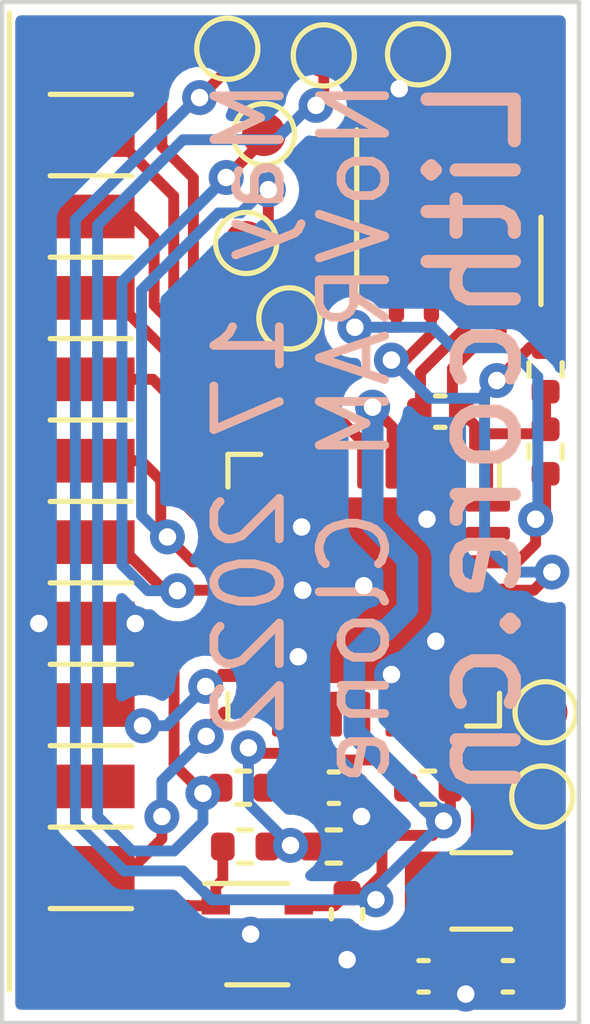
<source format=kicad_pcb>
(kicad_pcb (version 20211014) (generator pcbnew)
  (layers (0 "F.Cu" signal) (31 "B.Cu" signal) (34 "B.Paste" user) (35 "F.Paste" user) (36 "B.SilkS" user "B.Silkscreen") (37 "F.SilkS" user "F.Silkscreen") (38 "B.Mask" user) (39 "F.Mask" user) (44 "Edge.Cuts" user))
  (net 0 "")
  (net 1 "+3V3")
  (net 2 "GND")
  (net 3 "Net-(C2-Pad1)")
  (net 4 "Net-(C3-Pad1)")
  (net 5 "/RAMPOW")
  (net 6 "/VBAT")
  (net 8 "/NUTDATA")
  (net 9 "/NUTISA")
  (net 10 "/NUTPHI2")
  (net 11 "/NUTPHI1")
  (net 12 "/NUTSYNC")
  (net 13 "/NUTPWO")
  (net 14 "/RAMCLK")
  (net 15 "/RAMDAT")
  (net 24 "Net-(C5-Pad1)")
  (net 25 "/VBAT_SENSE")
  (net 28 "/NUTFI")
  (net 29 "/NUTB3")
  (net 30 "/NUTB4")
  (net 31 "/MCLRn")
  (net 32 "Net-(U2-Pad8)")
  (net 33 "Net-(U2-Pad9)")
  (net 34 "Net-(U2-Pad18)")
  (footprint "Crystal:Crystal_SMD_3215-2Pin_3.2x1.5mm" (layer "F.Cu") (at 193.3448 122.7074)
    (fp_text reference "Y1" hide)
    (fp_text value "Crystal" hide)
    (fp_line (start -0.675 0.875) (end 0.675 0.875) (layer "F.SilkS") (width 0.12))
    (fp_line (start -0.675 -0.875) (end 0.675 -0.875) (layer "F.SilkS") (width 0.12))
    (pad "1" smd rect (at 1.25 0) (size 1 1.8) (layers "F.Cu" "F.Paste" "F.Mask") (net 3 "Net-(C2-Pad1)"))
    (pad "2" smd rect (at -1.25 0) (size 1 1.8) (layers "F.Cu" "F.Paste" "F.Mask") (net 4 "Net-(C3-Pad1)"))
  )
  (footprint "TestPoint:TestPoint_Pad_D1.0mm" (layer "F.Cu") (at 194.818 118.618)
    (fp_text reference "TP7" hide)
    (fp_text value "TestPoint" hide)
    (fp_circle (center 0 0) (end 0 0.7) (layer "F.SilkS") (width 0.12) (fill none))
    (pad "1" smd circle (at 0 0) (size 1 1) (layers "F.Cu" "F.Mask") (net 33 "Net-(U2-Pad9)"))
  )
  (footprint "Resistor_SMD:R_0402_1005Metric" (layer "F.Cu") (at 189.9666 121.6914)
    (fp_text reference "R4" hide)
    (fp_text value "100K" hide)
    (fp_line (start -0.153641 -0.38) (end 0.153641 -0.38) (layer "F.SilkS") (width 0.12))
    (fp_line (start -0.153641 0.38) (end 0.153641 0.38) (layer "F.SilkS") (width 0.12))
    (pad "1" smd roundrect (at -0.51 0) (size 0.54 0.64) (layers "F.Cu" "F.Paste" "F.Mask") (net 25 "/VBAT_SENSE"))
    (pad "2" smd roundrect (at 0.51 0) (size 0.54 0.64) (layers "F.Cu" "F.Paste" "F.Mask") (net 2 "GND"))
  )
  (footprint "Capacitor_SMD:C_0402_1005Metric" (layer "F.Cu") (at 192.024 124.6632)
    (fp_text reference "C3" hide)
    (fp_text value "10p" hide)
    (fp_line (start -0.107836 0.36) (end 0.107836 0.36) (layer "F.SilkS") (width 0.12))
    (fp_line (start -0.107836 -0.36) (end 0.107836 -0.36) (layer "F.SilkS") (width 0.12))
    (pad "1" smd roundrect (at -0.48 0) (size 0.56 0.62) (layers "F.Cu" "F.Paste" "F.Mask") (net 4 "Net-(C3-Pad1)"))
    (pad "2" smd roundrect (at 0.48 0) (size 0.56 0.62) (layers "F.Cu" "F.Paste" "F.Mask") (net 2 "GND"))
  )
  (footprint "HP41:HP41MOD" (layer "F.Cu") (at 184.404 124.044 180)
    (fp_text reference "J1" hide)
    (fp_text value "HP41MOD-CONN" hide)
    (fp_line (start -0.932 8.388) (end 0.932 8.388) (layer "F.SilkS") (width 0.12))
    (fp_line (start -0.932 17.708) (end 0.932 17.708) (layer "F.SilkS") (width 0.12))
    (fp_line (start -0.932 19.572) (end 0.932 19.572) (layer "F.SilkS") (width 0.12))
    (fp_line (start -0.932 0.932) (end 0.932 0.932) (layer "F.SilkS") (width 0.12))
    (fp_line (start -0.932 13.98) (end 0.932 13.98) (layer "F.SilkS") (width 0.12))
    (fp_line (start -0.932 10.252) (end 0.932 10.252) (layer "F.SilkS") (width 0.12))
    (fp_line (start -0.932 15.844) (end 0.932 15.844) (layer "F.SilkS") (width 0.12))
    (fp_line (start -0.932 2.796) (end 0.932 2.796) (layer "F.SilkS") (width 0.12))
    (fp_line (start -0.932 6.524) (end 0.932 6.524) (layer "F.SilkS") (width 0.12))
    (fp_line (start -0.932 12.116) (end 0.932 12.116) (layer "F.SilkS") (width 0.12))
    (fp_line (start -0.932 4.66) (end 0.932 4.66) (layer "F.SilkS") (width 0.12))
    (fp_line (start 1.864 -0.932) (end 1.864 21.436) (layer "F.SilkS") (width 0.12))
    (pad "1" smd rect (at 0 0 270) (size 1 2) (layers "F.Cu" "F.Mask") (net 6 "/VBAT"))
    (pad "2" smd rect (at 0 3.728 270) (size 1 2) (layers "F.Cu" "F.Mask"))
    (pad "3" smd rect (at 0 7.456 270) (size 1 2) (layers "F.Cu" "F.Mask") (net 2 "GND"))
    (pad "4" smd rect (at 0 11.184 270) (size 1 2) (layers "F.Cu" "F.Mask") (net 8 "/NUTDATA"))
    (pad "5" smd rect (at 0 14.912 270) (size 1 2) (layers "F.Cu" "F.Mask") (net 9 "/NUTISA"))
    (pad "6" smd rect (at 0 18.64 270) (size 1 2) (layers "F.Cu" "F.Mask") (net 10 "/NUTPHI2"))
    (pad "7" smd rect (at 0 20.504 270) (size 1 2) (layers "F.Cu" "F.Mask") (net 11 "/NUTPHI1"))
    (pad "8" smd rect (at 0 16.776 270) (size 1 2) (layers "F.Cu" "F.Mask") (net 12 "/NUTSYNC"))
    (pad "9" smd rect (at 0 13.048 270) (size 1 2) (layers "F.Cu" "F.Mask") (net 28 "/NUTFI"))
    (pad "10" smd rect (at 0 9.32 270) (size 1 2) (layers "F.Cu" "F.Mask") (net 13 "/NUTPWO"))
    (pad "11" smd rect (at 0 5.592 270) (size 1 2) (layers "F.Cu" "F.Mask") (net 29 "/NUTB3"))
    (pad "12" smd rect (at 0 1.864 270) (size 1 2) (layers "F.Cu" "F.Mask") (net 30 "/NUTB4"))
  )
  (footprint "TestPoint:TestPoint_Pad_D1.0mm" (layer "F.Cu") (at 188.3664 105.3846)
    (fp_text reference "TP3" hide)
    (fp_text value "TestPoint" hide)
    (fp_circle (center 0 0) (end 0 0.7) (layer "F.SilkS") (width 0.12) (fill none))
    (pad "1" smd circle (at 0 0) (size 1 1) (layers "F.Cu" "F.Mask") (net 13 "/NUTPWO"))
  )
  (footprint "Resistor_SMD:R_0402_1005Metric" (layer "F.Cu") (at 187.9346 121.6914)
    (fp_text reference "R3" hide)
    (fp_text value "100K" hide)
    (fp_line (start -0.153641 -0.38) (end 0.153641 -0.38) (layer "F.SilkS") (width 0.12))
    (fp_line (start -0.153641 0.38) (end 0.153641 0.38) (layer "F.SilkS") (width 0.12))
    (pad "1" smd roundrect (at -0.51 0) (size 0.54 0.64) (layers "F.Cu" "F.Paste" "F.Mask") (net 6 "/VBAT"))
    (pad "2" smd roundrect (at 0.51 0) (size 0.54 0.64) (layers "F.Cu" "F.Paste" "F.Mask") (net 25 "/VBAT_SENSE"))
  )
  (footprint "Resistor_SMD:R_0402_1005Metric" (layer "F.Cu") (at 187.8858 120.3452 180)
    (fp_text reference "R6" hide)
    (fp_text value "470" hide)
    (fp_line (start -0.153641 0.38) (end 0.153641 0.38) (layer "F.SilkS") (width 0.12))
    (fp_line (start -0.153641 -0.38) (end 0.153641 -0.38) (layer "F.SilkS") (width 0.12))
    (pad "1" smd roundrect (at -0.51 0 180) (size 0.54 0.64) (layers "F.Cu" "F.Paste" "F.Mask") (net 24 "Net-(C5-Pad1)"))
    (pad "2" smd roundrect (at 0.51 0 180) (size 0.54 0.64) (layers "F.Cu" "F.Paste" "F.Mask") (net 31 "/MCLRn"))
  )
  (footprint "Package_DFN_QFN:QFN-28-1EP_6x6mm_P0.65mm_EP4.25x4.25mm" (layer "F.Cu") (at 190.6524 115.824 90)
    (fp_text reference "U2" hide)
    (fp_text value "PIC18F26K83-IML" hide)
    (fp_line (start -3.11 3.11) (end -3.11 2.36) (layer "F.SilkS") (width 0.12))
    (fp_line (start -2.36 -3.11) (end -3.11 -3.11) (layer "F.SilkS") (width 0.12))
    (fp_line (start 3.11 -3.11) (end 3.11 -2.36) (layer "F.SilkS") (width 0.12))
    (fp_line (start -2.36 3.11) (end -3.11 3.11) (layer "F.SilkS") (width 0.12))
    (fp_line (start 2.36 -3.11) (end 3.11 -3.11) (layer "F.SilkS") (width 0.12))
    (fp_line (start 2.36 3.11) (end 3.11 3.11) (layer "F.SilkS") (width 0.12))
    (fp_line (start 3.11 3.11) (end 3.11 2.36) (layer "F.SilkS") (width 0.12))
    (pad "1" smd roundrect (at -2.8375 -1.95 90) (size 1.025 0.3) (layers "F.Cu" "F.Paste" "F.Mask") (net 30 "/NUTB4"))
    (pad "2" smd roundrect (at -2.8375 -1.3 90) (size 1.025 0.3) (layers "F.Cu" "F.Paste" "F.Mask") (net 25 "/VBAT_SENSE"))
    (pad "3" smd roundrect (at -2.8375 -0.65 90) (size 1.025 0.3) (layers "F.Cu" "F.Paste" "F.Mask"))
    (pad "4" smd roundrect (at -2.8375 0 90) (size 1.025 0.3) (layers "F.Cu" "F.Paste" "F.Mask"))
    (pad "5" smd roundrect (at -2.8375 0.65 90) (size 1.025 0.3) (layers "F.Cu" "F.Paste" "F.Mask") (net 2 "GND"))
    (pad "6" smd roundrect (at -2.8375 1.3 90) (size 1.025 0.3) (layers "F.Cu" "F.Paste" "F.Mask") (net 4 "Net-(C3-Pad1)"))
    (pad "7" smd roundrect (at -2.8375 1.95 90) (size 1.025 0.3) (layers "F.Cu" "F.Paste" "F.Mask") (net 3 "Net-(C2-Pad1)"))
    (pad "8" smd roundrect (at -1.95 2.8375 90) (size 0.3 1.025) (layers "F.Cu" "F.Paste" "F.Mask") (net 32 "Net-(U2-Pad8)"))
    (pad "9" smd roundrect (at -1.3 2.8375 90) (size 0.3 1.025) (layers "F.Cu" "F.Paste" "F.Mask") (net 33 "Net-(U2-Pad9)"))
    (pad "10" smd roundrect (at -0.65 2.8375 90) (size 0.3 1.025) (layers "F.Cu" "F.Paste" "F.Mask"))
    (pad "11" smd roundrect (at 0 2.8375 90) (size 0.3 1.025) (layers "F.Cu" "F.Paste" "F.Mask") (net 14 "/RAMCLK"))
    (pad "12" smd roundrect (at 0.65 2.8375 90) (size 0.3 1.025) (layers "F.Cu" "F.Paste" "F.Mask") (net 15 "/RAMDAT"))
    (pad "13" smd roundrect (at 1.3 2.8375 90) (size 0.3 1.025) (layers "F.Cu" "F.Paste" "F.Mask"))
    (pad "14" smd roundrect (at 1.95 2.8375 90) (size 0.3 1.025) (layers "F.Cu" "F.Paste" "F.Mask") (net 5 "/RAMPOW"))
    (pad "15" smd roundrect (at 2.8375 1.95 90) (size 1.025 0.3) (layers "F.Cu" "F.Paste" "F.Mask"))
    (pad "16" smd roundrect (at 2.8375 1.3 90) (size 1.025 0.3) (layers "F.Cu" "F.Paste" "F.Mask") (net 2 "GND"))
    (pad "17" smd roundrect (at 2.8375 0.65 90) (size 1.025 0.3) (layers "F.Cu" "F.Paste" "F.Mask") (net 1 "+3V3"))
    (pad "18" smd roundrect (at 2.8375 0 90) (size 1.025 0.3) (layers "F.Cu" "F.Paste" "F.Mask") (net 34 "Net-(U2-Pad18)"))
    (pad "19" smd roundrect (at 2.8375 -0.65 90) (size 1.025 0.3) (layers "F.Cu" "F.Paste" "F.Mask") (net 11 "/NUTPHI1"))
    (pad "20" smd roundrect (at 2.8375 -1.3 90) (size 1.025 0.3) (layers "F.Cu" "F.Paste" "F.Mask") (net 10 "/NUTPHI2"))
    (pad "21" smd roundrect (at 2.8375 -1.95 90) (size 1.025 0.3) (layers "F.Cu" "F.Paste" "F.Mask") (net 12 "/NUTSYNC"))
    (pad "22" smd roundrect (at 1.95 -2.8375 90) (size 0.3 1.025) (layers "F.Cu" "F.Paste" "F.Mask") (net 9 "/NUTISA"))
    (pad "23" smd roundrect (at 1.3 -2.8375 90) (size 0.3 1.025) (layers "F.Cu" "F.Paste" "F.Mask") (net 28 "/NUTFI"))
    (pad "24" smd roundrect (at 0.65 -2.8375 90) (size 0.3 1.025) (layers "F.Cu" "F.Paste" "F.Mask") (net 8 "/NUTDATA"))
    (pad "25" smd roundrect locked (at 0 -2.8375 90) (size 0.3 1.025) (layers "F.Cu" "F.Paste" "F.Mask") (net 13 "/NUTPWO"))
    (pad "26" smd roundrect (at -0.65 -2.8375 90) (size 0.3 1.025) (layers "F.Cu" "F.Paste" "F.Mask") (net 31 "/MCLRn"))
    (pad "27" smd roundrect (at -1.3 -2.8375 90) (size 0.3 1.025) (layers "F.Cu" "F.Paste" "F.Mask"))
    (pad "28" smd roundrect (at -1.95 -2.8375 90) (size 0.3 1.025) (layers "F.Cu" "F.Paste" "F.Mask") (net 29 "/NUTB3"))
    (pad "29" smd rect (at 0 0 90) (size 4.25 4.25) (layers "F.Cu" "F.Mask") (net 2 "GND"))
  )
  (footprint "Capacitor_SMD:C_0402_1005Metric" (layer "F.Cu") (at 193.9544 124.6632 180)
    (fp_text reference "C2" hide)
    (fp_text value "10p" hide)
    (fp_line (start -0.107836 0.36) (end 0.107836 0.36) (layer "F.SilkS") (width 0.12))
    (fp_line (start -0.107836 -0.36) (end 0.107836 -0.36) (layer "F.SilkS") (width 0.12))
    (pad "1" smd roundrect (at -0.48 0 180) (size 0.56 0.62) (layers "F.Cu" "F.Paste" "F.Mask") (net 3 "Net-(C2-Pad1)"))
    (pad "2" smd roundrect (at 0.48 0 180) (size 0.56 0.62) (layers "F.Cu" "F.Paste" "F.Mask") (net 2 "GND"))
  )
  (footprint "Resistor_SMD:R_0402_1005Metric" (layer "F.Cu") (at 194.818 112.649 -90)
    (fp_text reference "R2" hide)
    (fp_text value "10K" hide)
    (fp_line (start -0.153641 -0.38) (end 0.153641 -0.38) (layer "F.SilkS") (width 0.12))
    (fp_line (start -0.153641 0.38) (end 0.153641 0.38) (layer "F.SilkS") (width 0.12))
    (pad "1" smd roundrect (at -0.51 0 270) (size 0.54 0.64) (layers "F.Cu" "F.Paste" "F.Mask") (net 5 "/RAMPOW"))
    (pad "2" smd roundrect (at 0.51 0 270) (size 0.54 0.64) (layers "F.Cu" "F.Paste" "F.Mask") (net 15 "/RAMDAT"))
  )
  (footprint "TestPoint:TestPoint_Pad_D1.0mm" (layer "F.Cu") (at 191.897 103.5558)
    (fp_text reference "TP5" hide)
    (fp_text value "TestPoint" hide)
    (fp_circle (center 0 0) (end 0 0.7) (layer "F.SilkS") (width 0.12) (fill none))
    (pad "1" smd circle (at 0 0) (size 1 1) (layers "F.Cu" "F.Mask") (net 2 "GND"))
  )
  (footprint "Capacitor_SMD:C_0402_1005Metric" (layer "F.Cu") (at 190.2714 123.2408 -90)
    (fp_text reference "C1" hide)
    (fp_text value "100n" hide)
    (fp_line (start -0.107836 0.36) (end 0.107836 0.36) (layer "F.SilkS") (width 0.12))
    (fp_line (start -0.107836 -0.36) (end 0.107836 -0.36) (layer "F.SilkS") (width 0.12))
    (pad "1" smd roundrect (at -0.48 0 270) (size 0.56 0.62) (layers "F.Cu" "F.Paste" "F.Mask") (net 1 "+3V3"))
    (pad "2" smd roundrect (at 0.48 0 270) (size 0.56 0.62) (layers "F.Cu" "F.Paste" "F.Mask") (net 2 "GND"))
  )
  (footprint "Package_TO_SOT_SMD:SOT-353_SC-70-5" (layer "F.Cu") (at 188.214 123.698)
    (fp_text reference "U1" hide)
    (fp_text value "TLV70033_SOT353" hide)
    (fp_line (start -0.7 1.16) (end 0.7 1.16) (layer "F.SilkS") (width 0.12))
    (fp_line (start 0.7 -1.16) (end -1.2 -1.16) (layer "F.SilkS") (width 0.12))
    (pad "1" smd rect (at -0.95 -0.65) (size 0.65 0.4) (layers "F.Cu" "F.Paste" "F.Mask") (net 6 "/VBAT"))
    (pad "2" smd rect (at -0.95 0) (size 0.65 0.4) (layers "F.Cu" "F.Paste" "F.Mask") (net 2 "GND"))
    (pad "3" smd rect (at -0.95 0.65) (size 0.65 0.4) (layers "F.Cu" "F.Paste" "F.Mask"))
    (pad "4" smd rect (at 0.95 0.65) (size 0.65 0.4) (layers "F.Cu" "F.Paste" "F.Mask"))
    (pad "5" smd rect (at 0.95 -0.65) (size 0.65 0.4) (layers "F.Cu" "F.Paste" "F.Mask") (net 1 "+3V3"))
  )
  (footprint "Capacitor_SMD:C_0402_1005Metric" (layer "F.Cu") (at 189.9692 120.3452)
    (fp_text reference "C5" hide)
    (fp_text value "100n" hide)
    (fp_line (start -0.107836 0.36) (end 0.107836 0.36) (layer "F.SilkS") (width 0.12))
    (fp_line (start -0.107836 -0.36) (end 0.107836 -0.36) (layer "F.SilkS") (width 0.12))
    (pad "1" smd roundrect (at -0.48 0) (size 0.56 0.62) (layers "F.Cu" "F.Paste" "F.Mask") (net 24 "Net-(C5-Pad1)"))
    (pad "2" smd roundrect (at 0.48 0) (size 0.56 0.62) (layers "F.Cu" "F.Paste" "F.Mask") (net 2 "GND"))
  )
  (footprint "TestPoint:TestPoint_Pad_D1.0mm" (layer "F.Cu") (at 187.96 107.8738)
    (fp_text reference "TP4" hide)
    (fp_text value "TestPoint" hide)
    (fp_circle (center 0 0) (end 0 0.7) (layer "F.SilkS") (width 0.12) (fill none))
    (pad "1" smd circle (at 0 0) (size 1 1) (layers "F.Cu" "F.Mask") (net 8 "/NUTDATA"))
  )
  (footprint "Capacitor_SMD:C_0402_1005Metric" (layer "F.Cu") (at 192.405 111.7346 180)
    (fp_text reference "C4" hide)
    (fp_text value "100n" hide)
    (fp_line (start -0.107836 -0.36) (end 0.107836 -0.36) (layer "F.SilkS") (width 0.12))
    (fp_line (start -0.107836 0.36) (end 0.107836 0.36) (layer "F.SilkS") (width 0.12))
    (pad "1" smd roundrect (at -0.48 0 180) (size 0.56 0.62) (layers "F.Cu" "F.Paste" "F.Mask") (net 5 "/RAMPOW"))
    (pad "2" smd roundrect (at 0.48 0 180) (size 0.56 0.62) (layers "F.Cu" "F.Paste" "F.Mask") (net 2 "GND"))
  )
  (footprint "TestPoint:TestPoint_Pad_D1.0mm" (layer "F.Cu") (at 189.738 103.5812)
    (fp_text reference "TP2" hide)
    (fp_text value "TestPoint" hide)
    (fp_circle (center 0 0) (end 0 0.7) (layer "F.SilkS") (width 0.12) (fill none))
    (pad "1" smd circle (at 0 0) (size 1 1) (layers "F.Cu" "F.Mask") (net 31 "/MCLRn"))
  )
  (footprint "TestPoint:TestPoint_Pad_D1.0mm" (layer "F.Cu") (at 187.5282 103.4288)
    (fp_text reference "TP1" hide)
    (fp_text value "TestPoint" hide)
    (fp_circle (center 0 0) (end 0 0.7) (layer "F.SilkS") (width 0.12) (fill none))
    (pad "1" smd circle (at 0 0) (size 1 1) (layers "F.Cu" "F.Mask") (net 1 "+3V3"))
  )
  (footprint "TestPoint:TestPoint_Pad_D1.0mm" (layer "F.Cu") (at 188.9506 109.601)
    (fp_text reference "TP9" hide)
    (fp_text value "TestPoint" hide)
    (fp_circle (center 0 0) (end 0 0.7) (layer "F.SilkS") (width 0.12) (fill none))
    (pad "1" smd circle (at 0 0) (size 1 1) (layers "F.Cu" "F.Mask") (net 34 "Net-(U2-Pad18)"))
  )
  (footprint "Resistor_SMD:R_0402_1005Metric" (layer "F.Cu") (at 194.818 110.7694 90)
    (fp_text reference "R1" hide)
    (fp_text value "10K" hide)
    (fp_line (start -0.153641 -0.38) (end 0.153641 -0.38) (layer "F.SilkS") (width 0.12))
    (fp_line (start -0.153641 0.38) (end 0.153641 0.38) (layer "F.SilkS") (width 0.12))
    (pad "1" smd roundrect (at -0.51 0 90) (size 0.54 0.64) (layers "F.Cu" "F.Paste" "F.Mask") (net 5 "/RAMPOW"))
    (pad "2" smd roundrect (at 0.51 0 90) (size 0.54 0.64) (layers "F.Cu" "F.Paste" "F.Mask") (net 14 "/RAMCLK"))
  )
  (footprint "Resistor_SMD:R_0402_1005Metric" (layer "F.Cu") (at 192.1276 120.3452 180)
    (fp_text reference "R5" hide)
    (fp_text value "10K" hide)
    (fp_line (start -0.153641 -0.38) (end 0.153641 -0.38) (layer "F.SilkS") (width 0.12))
    (fp_line (start -0.153641 0.38) (end 0.153641 0.38) (layer "F.SilkS") (width 0.12))
    (pad "1" smd roundrect (at -0.51 0 180) (size 0.54 0.64) (layers "F.Cu" "F.Paste" "F.Mask") (net 1 "+3V3"))
    (pad "2" smd roundrect (at 0.51 0 180) (size 0.54 0.64) (layers "F.Cu" "F.Paste" "F.Mask") (net 24 "Net-(C5-Pad1)"))
  )
  (footprint "TestPoint:TestPoint_Pad_D1.0mm" (layer "F.Cu") (at 194.7418 120.5484)
    (fp_text reference "TP6" hide)
    (fp_text value "TestPoint" hide)
    (fp_circle (center 0 0) (end 0 0.7) (layer "F.SilkS") (width 0.12) (fill none))
    (pad "1" smd circle (at 0 0) (size 1 1) (layers "F.Cu" "F.Mask") (net 32 "Net-(U2-Pad8)"))
  )
  (footprint "Package_DFN_QFN:DFN-8-1EP_4x4mm_P0.8mm_EP2.3x3.24mm" (layer "F.Cu") (at 192.602 107.2846 -90)
    (fp_text reference "U3" hide)
    (fp_text value "FM24C64B" hide)
    (fp_line (start -2 2.11) (end 2 2.11) (layer "F.SilkS") (width 0.12))
    (fp_line (start 0 -2.11) (end 2 -2.11) (layer "F.SilkS") (width 0.12))
    (pad "1" smd roundrect (at -1.9 -1.2 270) (size 0.95 0.35) (layers "F.Cu" "F.Paste" "F.Mask"))
    (pad "2" smd roundrect (at -1.9 -0.4 270) (size 0.95 0.35) (layers "F.Cu" "F.Paste" "F.Mask"))
    (pad "3" smd roundrect (at -1.9 0.4 270) (size 0.95 0.35) (layers "F.Cu" "F.Paste" "F.Mask"))
    (pad "4" smd roundrect (at -1.9 1.2 270) (size 0.95 0.35) (layers "F.Cu" "F.Paste" "F.Mask") (net 2 "GND"))
    (pad "5" smd roundrect (at 1.9 1.2 270) (size 0.95 0.35) (layers "F.Cu" "F.Paste" "F.Mask") (net 15 "/RAMDAT"))
    (pad "6" smd roundrect (at 1.9 0.4 270) (size 0.95 0.35) (layers "F.Cu" "F.Paste" "F.Mask") (net 14 "/RAMCLK"))
    (pad "7" smd roundrect (at 1.9 -0.4 270) (size 0.95 0.35) (layers "F.Cu" "F.Paste" "F.Mask") (net 2 "GND"))
    (pad "8" smd roundrect (at 1.9 -1.2 270) (size 0.95 0.35) (layers "F.Cu" "F.Paste" "F.Mask") (net 5 "/RAMPOW"))
    (pad "9" smd rect (at 0 0 270) (size 2.3 3.24) (layers "F.Cu" "F.Mask"))
  )
  (gr_rect locked (start 182.372 102.362) (end 195.58 125.73) (layer "Edge.Cuts") (width 0.1) (fill none))
  (gr_text "NoVRAM Clone\n" (at 190.4492 112.2172 90) (layer "B.SilkS") (effects (font (size 1.5 1.5) (thickness 0.2)) (justify mirror)))
  (gr_text "May 17 2022\n" (at 188.0362 111.6838 90) (layer "B.SilkS") (effects (font (size 1.5 1.5) (thickness 0.2)) (justify mirror)))
  (gr_text "Lithcore.cn" (at 193.1924 112.3442 90) (layer "B.SilkS") (effects (font (size 2 2) (thickness 0.3)) (justify mirror)))
  (segment (start 189.9842 123.048) (end 190.2714 122.7608) (width 0.25) (layer "F.Cu") (net 1))
  (segment (start 192.2272 121.4374) (end 192.6376 121.027) (width 0.25) (layer "F.Cu") (net 1))
  (segment (start 190.6498 122.7608) (end 191.07112 122.33948) (width 0.25) (layer "F.Cu") (net 1))
  (segment (start 191.07112 121.7168) (end 191.35052 121.4374) (width 0.25) (layer "F.Cu") (net 1))
  (segment (start 191.3024 112.0798) (end 190.8556 111.633) (width 0.25) (layer "F.Cu") (net 1))
  (segment (start 187.5282 103.4288) (end 187.5282 103.9114) (width 0.25) (layer "F.Cu") (net 1))
  (segment (start 191.07112 122.33948) (end 191.07112 121.7168) (width 0.25) (layer "F.Cu") (net 1))
  (segment (start 189.164 123.048) (end 189.9842 123.048) (width 0.25) (layer "F.Cu") (net 1))
  (segment (start 190.2714 122.7608) (end 190.6498 122.7608) (width 0.25) (layer "F.Cu") (net 1))
  (segment (start 192.6376 121.027) (end 192.6376 120.3452) (width 0.25) (layer "F.Cu") (net 1))
  (segment (start 191.35052 121.4374) (end 192.2272 121.4374) (width 0.25) (layer "F.Cu") (net 1))
  (segment (start 191.3024 112.9865) (end 191.3024 112.0798) (width 0.25) (layer "F.Cu") (net 1))
  (segment (start 187.5282 103.9114) (end 186.8932 104.5464) (width 0.25) (layer "F.Cu") (net 1))
  (via (at 190.8556 111.633) (size 0.8) (drill 0.4) (layers "F.Cu" "B.Cu") (net 1))
  (via (at 186.8932 104.5464) (size 0.8) (drill 0.4) (layers "F.Cu" "B.Cu") (net 1))
  (via (at 190.9318 122.9106) (size 0.8) (drill 0.4) (layers "F.Cu" "B.Cu") (net 1))
  (via (at 192.4812 121.1072) (size 0.8) (drill 0.4) (layers "F.Cu" "B.Cu") (net 1))
  (segment (start 186.5122 122.2502) (end 185.165282 122.2502) (width 0.25) (layer "B.Cu") (net 1))
  (segment (start 184.0484 107.339682) (end 186.841682 104.5464) (width 0.25) (layer "B.Cu") (net 1))
  (segment (start 190.9318 122.9106) (end 187.1726 122.9106) (width 0.25) (layer "B.Cu") (net 1))
  (segment (start 184.0484 121.133318) (end 184.0484 107.339682) (width 0.25) (layer "B.Cu") (net 1))
  (segment (start 191.654311 116.25208) (end 191.654311 115.124111) (width 0.5) (layer "B.Cu") (net 1))
  (segment (start 190.8556 114.3254) (end 190.8556 111.633) (width 0.5) (layer "B.Cu") (net 1))
  (segment (start 190.9318 122.9106) (end 190.9318 122.6566) (width 0.25) (layer "B.Cu") (net 1))
  (segment (start 187.1726 122.9106) (end 186.5122 122.2502) (width 0.25) (layer "B.Cu") (net 1))
  (segment (start 190.996689 116.749711) (end 191.15668 116.749711) (width 0.5) (layer "B.Cu") (net 1))
  (segment (start 186.841682 104.5464) (end 186.8932 104.5464) (width 0.25) (layer "B.Cu") (net 1))
  (segment (start 191.15668 116.749711) (end 191.654311 116.25208) (width 0.5) (layer "B.Cu") (net 1))
  (segment (start 190.437889 119.063889) (end 190.437889 117.308511) (width 0.5) (layer "B.Cu") (net 1))
  (segment (start 190.9318 122.6566) (end 192.4812 121.1072) (width 0.25) (layer "B.Cu") (net 1))
  (segment (start 192.4812 121.1072) (end 190.437889 119.063889) (width 0.5) (layer "B.Cu") (net 1))
  (segment (start 190.437889 117.308511) (end 190.996689 116.749711) (width 0.5) (layer "B.Cu") (net 1))
  (segment (start 185.165282 122.2502) (end 184.0484 121.133318) (width 0.25) (layer "B.Cu") (net 1))
  (segment (start 191.654311 115.124111) (end 190.8556 114.3254) (width 0.5) (layer "B.Cu") (net 1))
  (segment (start 191.9524 112.9865) (end 191.9524 114.524) (width 0.25) (layer "F.Cu") (net 2))
  (segment (start 191.402 104.4064) (end 191.402 105.3846) (width 0.25) (layer "F.Cu") (net 2))
  (segment (start 192.2826 114.524) (end 190.9826 115.824) (width 0.25) (layer "F.Cu") (net 2))
  (segment (start 191.897 103.9114) (end 191.402 104.4064) (width 0.25) (layer "F.Cu") (net 2))
  (segment (start 191.3024 118.6615) (end 191.3024 117.7694) (width 0.25) (layer "F.Cu") (net 2))
  (segment (start 193.002 109.790682) (end 193.002 109.1846) (width 0.25) (layer "F.Cu") (net 2))
  (segment (start 190.4492 120.3452) (end 190.4492 121.664) (width 0.25) (layer "F.Cu") (net 2))
  (segment (start 191.9524 112.9865) (end 191.9524 111.155) (width 0.25) (layer "F.Cu") (net 2))
  (segment (start 192.504 124.6632) (end 193.4744 124.6632) (width 0.25) (layer "F.Cu") (net 2))
  (segment (start 191.9524 114.524) (end 190.6524 115.824) (width 0.25) (layer "F.Cu") (net 2))
  (segment (start 191.9524 110.840282) (end 193.002 109.790682) (width 0.25) (layer "F.Cu") (net 2))
  (segment (start 190.4492 121.664) (end 190.4766 121.6914) (width 0.25) (layer "F.Cu") (net 2))
  (segment (start 191.3024 117.7694) (end 191.2874 117.7544) (width 0.25) (layer "F.Cu") (net 2))
  (segment (start 191.897 103.5558) (end 191.897 103.9114) (width 0.25) (layer "F.Cu") (net 2))
  (segment (start 190.2714 123.7208) (end 190.2486 123.698) (width 0.25) (layer "F.Cu") (net 2))
  (segment (start 191.9524 111.155) (end 191.9524 110.840282) (width 0.25) (layer "F.Cu") (net 2))
  (segment (start 190.2486 123.698) (end 188.0616 123.698) (width 0.25) (layer "F.Cu") (net 2))
  (segment (start 188.0616 123.698) (end 187.264 123.698) (width 0.25) (layer "F.Cu") (net 2))
  (via (at 189.2554 115.824) (size 0.8) (drill 0.4) (layers "F.Cu" "B.Cu") (net 2))
  (via (at 185.42 116.586) (size 0.8) (drill 0.4) (layers "F.Cu" "B.Cu") (net 2))
  (via (at 190.6524 115.7224) (size 0.8) (drill 0.4) (layers "F.Cu" "B.Cu") (net 2))
  (via (at 189.1538 117.348) (size 0.8) (drill 0.4) (layers "F.Cu" "B.Cu") (net 2))
  (via (at 183.2102 116.586) (size 0.8) (drill 0.4) (layers "F.Cu" "B.Cu") (net 2))
  (via (at 190.6016 121.0056) (size 0.8) (drill 0.4) (layers "F.Cu" "B.Cu") (net 2))
  (via (at 192.3034 116.9924) (size 0.8) (drill 0.4) (layers "F.Cu" "B.Cu") (net 2))
  (via (at 188.0616 123.698) (size 0.8) (drill 0.4) (layers "F.Cu" "B.Cu") (net 2))
  (via (at 192.9892 125.0696) (size 0.8) (drill 0.4) (layers "F.Cu" "B.Cu") (net 2))
  (via (at 192.1002 114.1984) (size 0.8) (drill 0.4) (layers "F.Cu" "B.Cu") (net 2))
  (via (at 191.2874 117.7544) (size 0.8) (drill 0.4) (layers "F.Cu" "B.Cu") (net 2))
  (via (at 191.4652 104.3432) (size 0.8) (drill 0.4) (layers "F.Cu" "B.Cu") (net 2))
  (via (at 189.23 114.3762) (size 0.8) (drill 0.4) (layers "F.Cu" "B.Cu") (net 2))
  (via (at 190.2714 124.2822) (size 0.8) (drill 0.4) (layers "F.Cu" "B.Cu") (net 2))
  (segment (start 194.4424 123.972) (end 194.4424 122.7582) (width 0.25) (layer "F.Cu") (net 3))
  (segment (start 193.68164 119.783663) (end 193.133257 119.23528) (width 0.25) (layer "F.Cu") (net 3))
  (segment (start 192.6082 118.710224) (end 192.6024 118.704424) (width 0.25) (layer "F.Cu") (net 3))
  (segment (start 194.4424 123.972) (end 194.4116 124.0028) (width 0.25) (layer "F.Cu") (net 3))
  (segment (start 193.5192 122.025) (end 193.68164 121.86256) (width 0.25) (layer "F.Cu") (net 3))
  (segment (start 192.6082 119.0498) (end 192.6082 118.710224) (width 0.25) (layer "F.Cu") (net 3))
  (segment (start 192.6024 118.704424) (end 192.6024 118.6615) (width 0.25) (layer "F.Cu") (net 3))
  (segment (start 194.4344 123.98) (end 194.4424 123.972) (width 0.25) (layer "F.Cu") (net 3))
  (segment (start 193.5192 123.7454) (end 193.5192 122.025) (width 0.25) (layer "F.Cu") (net 3))
  (segment (start 193.68164 121.86256) (end 193.68164 119.783663) (width 0.25) (layer "F.Cu") (net 3))
  (segment (start 194.4116 124.0028) (end 193.7766 124.0028) (width 0.25) (layer "F.Cu") (net 3))
  (segment (start 192.79368 119.23528) (end 192.6082 119.0498) (width 0.25) (layer "F.Cu") (net 3))
  (segment (start 194.4344 124.6632) (end 194.4344 123.98) (width 0.25) (layer "F.Cu") (net 3))
  (segment (start 193.133257 119.23528) (end 192.79368 119.23528) (width 0.25) (layer "F.Cu") (net 3))
  (segment (start 193.7766 124.0028) (end 193.5192 123.7454) (width 0.25) (layer "F.Cu") (net 3))
  (segment (start 191.9524 119.283) (end 192.3542 119.6848) (width 0.25) (layer "F.Cu") (net 4))
  (segment (start 191.9524 118.6615) (end 191.9524 119.283) (width 0.25) (layer "F.Cu") (net 4))
  (segment (start 193.0654 123.5202) (end 192.6536 123.932) (width 0.25) (layer "F.Cu") (net 4))
  (segment (start 192.3542 119.6848) (end 192.947059 119.6848) (width 0.25) (layer "F.Cu") (net 4))
  (segment (start 191.9424 123.932) (end 191.9424 122.7582) (width 0.25) (layer "F.Cu") (net 4))
  (segment (start 193.23212 119.969861) (end 193.23212 121.65168) (width 0.25) (layer "F.Cu") (net 4))
  (segment (start 193.0654 121.8184) (end 193.0654 123.5202) (width 0.25) (layer "F.Cu") (net 4))
  (segment (start 193.23212 121.65168) (end 193.0654 121.8184) (width 0.25) (layer "F.Cu") (net 4))
  (segment (start 191.544 124.3304) (end 191.9424 123.932) (width 0.25) (layer "F.Cu") (net 4))
  (segment (start 191.544 124.6632) (end 191.544 124.3304) (width 0.25) (layer "F.Cu") (net 4))
  (segment (start 192.947059 119.6848) (end 193.23212 119.969861) (width 0.25) (layer "F.Cu") (net 4))
  (segment (start 192.6536 123.932) (end 191.9424 123.932) (width 0.25) (layer "F.Cu") (net 4))
  (segment (start 193.505593 110.193593) (end 193.802 109.897186) (width 0.25) (layer "F.Cu") (net 5))
  (segment (start 193.1922 112.0418) (end 192.885 111.7346) (width 0.25) (layer "F.Cu") (net 5))
  (segment (start 194.7146 112.2424) (end 194.818 112.139) (width 0.25) (layer "F.Cu") (net 5))
  (segment (start 193.1922 112.2424) (end 193.1922 112.0418) (width 0.25) (layer "F.Cu") (net 5))
  (segment (start 193.1922 112.2424) (end 194.7146 112.2424) (width 0.25) (layer "F.Cu") (net 5))
  (segment (start 192.885 111.7346) (end 192.885 111.5542) (width 0.25) (layer "F.Cu") (net 5))
  (segment (start 194.818 111.2794) (end 194.818 112.139) (width 0.25) (layer "F.Cu") (net 5))
  (segment (start 193.802 109.897186) (end 193.802 109.1846) (width 0.25) (layer "F.Cu") (net 5))
  (segment (start 192.6844 111.3536) (end 192.6844 110.744) (width 0.25) (layer "F.Cu") (net 5))
  (segment (start 193.4899 112.9465) (end 193.1922 112.6488) (width 0.25) (layer "F.Cu") (net 5))
  (segment (start 193.1922 112.6488) (end 193.1922 112.2424) (width 0.25) (layer "F.Cu") (net 5))
  (segment (start 194.7926 112.1136) (end 194.818 112.139) (width 0.25) (layer "F.Cu") (net 5))
  (segment (start 193.234807 110.193593) (end 193.505593 110.193593) (width 0.25) (layer "F.Cu") (net 5))
  (segment (start 192.885 111.5542) (end 192.6844 111.3536) (width 0.25) (layer "F.Cu") (net 5))
  (segment (start 192.6844 110.744) (end 193.234807 110.193593) (width 0.25) (layer "F.Cu") (net 5))
  (segment (start 193.4899 113.874) (end 193.4899 112.9465) (width 0.25) (layer "F.Cu") (net 5))
  (segment (start 187.264 122.616) (end 187.4246 122.4554) (width 0.25) (layer "F.Cu") (net 6))
  (segment (start 186.6138 123.0376) (end 186.5884 123.0376) (width 0.25) (layer "F.Cu") (net 6))
  (segment (start 187.264 123.048) (end 187.264 122.616) (width 0.25) (layer "F.Cu") (net 6))
  (segment (start 186.6242 123.048) (end 186.6138 123.0376) (width 0.25) (layer "F.Cu") (net 6))
  (segment (start 187.4246 122.4554) (end 187.4246 121.6914) (width 0.25) (layer "F.Cu") (net 6))
  (segment (start 186.5884 123.0376) (end 185.582 124.044) (width 0.25) (layer "F.Cu") (net 6))
  (segment (start 185.582 124.044) (end 184.404 124.044) (width 0.25) (layer "F.Cu") (net 6))
  (segment (start 187.264 123.048) (end 186.6242 123.048) (width 0.25) (layer "F.Cu") (net 6))
  (segment (start 186.0042 113.3094) (end 185.5548 112.86) (width 0.25) (layer "F.Cu") (net 8))
  (segment (start 185.5548 112.86) (end 184.404 112.86) (width 0.25) (layer "F.Cu") (net 8))
  (segment (start 186.0042 114.4524) (end 186.0042 113.3094) (width 0.25) (layer "F.Cu") (net 8))
  (segment (start 188.468 106.6546) (end 188.468 107.3658) (width 0.25) (layer "F.Cu") (net 8))
  (segment (start 186.7258 115.174) (end 186.0042 114.4524) (width 0.25) (layer "F.Cu") (net 8))
  (segment (start 188.468 107.3658) (end 187.96 107.8738) (width 0.25) (layer "F.Cu") (net 8))
  (segment (start 187.8149 115.174) (end 186.7258 115.174) (width 0.25) (layer "F.Cu") (net 8))
  (via (at 186.1566 114.6048) (size 0.8) (drill 0.4) (layers "F.Cu" "B.Cu") (net 8))
  (via (at 188.468 106.6546) (size 0.8) (drill 0.4) (layers "F.Cu" "B.Cu") (net 8))
  (segment (start 186.1566 114.6048) (end 186.055 114.6048) (width 0.25) (layer "B.Cu") (net 8))
  (segment (start 185.56472 108.948998) (end 187.325718 107.188) (width 0.25) (layer "B.Cu") (net 8))
  (segment (start 188.3664 106.6546) (end 188.468 106.6546) (width 0.25) (layer "B.Cu") (net 8))
  (segment (start 186.055 114.6048) (end 185.56472 114.11452) (width 0.25) (layer "B.Cu") (net 8))
  (segment (start 187.325718 107.188) (end 187.833 107.188) (width 0.25) (layer "B.Cu") (net 8))
  (segment (start 185.56472 114.11452) (end 185.56472 108.948998) (width 0.25) (layer "B.Cu") (net 8))
  (segment (start 187.833 107.188) (end 188.3664 106.6546) (width 0.25) (layer "B.Cu") (net 8))
  (segment (start 187.325 112.395) (end 186.90324 111.97324) (width 0.25) (layer "F.Cu") (net 9))
  (segment (start 186.90324 111.13124) (end 184.904 109.132) (width 0.25) (layer "F.Cu") (net 9))
  (segment (start 187.8149 113.874) (end 187.3816 113.874) (width 0.25) (layer "F.Cu") (net 9))
  (segment (start 187.3816 113.874) (end 187.325 113.8174) (width 0.25) (layer "F.Cu") (net 9))
  (segment (start 186.90324 111.97324) (end 186.90324 111.13124) (width 0.25) (layer "F.Cu") (net 9))
  (segment (start 187.325 113.8174) (end 187.325 112.395) (width 0.25) (layer "F.Cu") (net 9))
  (segment (start 184.904 109.132) (end 184.404 109.132) (width 0.25) (layer "F.Cu") (net 9))
  (segment (start 189.3524 112.491282) (end 187.80228 110.941162) (width 0.25) (layer "F.Cu") (net 10))
  (segment (start 187.80228 110.941162) (end 187.80228 110.610963) (width 0.25) (layer "F.Cu") (net 10))
  (segment (start 189.3524 112.9865) (end 189.3524 112.491282) (width 0.25) (layer "F.Cu") (net 10))
  (segment (start 186.30132 106.80132) (end 184.904 105.404) (width 0.25) (layer "F.Cu") (net 10))
  (segment (start 186.30132 109.110002) (end 186.30132 106.80132) (width 0.25) (layer "F.Cu") (net 10))
  (segment (start 184.904 105.404) (end 184.404 105.404) (width 0.25) (layer "F.Cu") (net 10))
  (segment (start 187.80228 110.610963) (end 186.30132 109.110002) (width 0.25) (layer "F.Cu") (net 10))
  (segment (start 188.2518 110.754964) (end 188.2518 110.424766) (width 0.25) (layer "F.Cu") (net 11))
  (segment (start 186.0296 105.664) (end 186.0296 104.14) (width 0.25) (layer "F.Cu") (net 11))
  (segment (start 185.4296 103.54) (end 184.404 103.54) (width 0.25) (layer "F.Cu") (net 11))
  (segment (start 186.75084 108.923804) (end 186.75084 106.38524) (width 0.25) (layer "F.Cu") (net 11))
  (segment (start 190.0024 112.505565) (end 188.2518 110.754964) (width 0.25) (layer "F.Cu") (net 11))
  (segment (start 188.2518 110.424766) (end 186.75084 108.923804) (width 0.25) (layer "F.Cu") (net 11))
  (segment (start 190.0024 112.9865) (end 190.0024 112.505565) (width 0.25) (layer "F.Cu") (net 11))
  (segment (start 186.75084 106.38524) (end 186.0296 105.664) (width 0.25) (layer "F.Cu") (net 11))
  (segment (start 186.0296 104.14) (end 185.4296 103.54) (width 0.25) (layer "F.Cu") (net 11))
  (segment (start 188.7024 112.9865) (end 188.7024 112.477) (width 0.25) (layer "F.Cu") (net 12))
  (segment (start 187.35276 111.12736) (end 187.35276 110.79716) (width 0.25) (layer "F.Cu") (net 12))
  (segment (start 188.7024 112.477) (end 187.35276 111.12736) (width 0.25) (layer "F.Cu") (net 12))
  (segment (start 185.373 107.268) (end 184.404 107.268) (width 0.25) (layer "F.Cu") (net 12))
  (segment (start 185.8518 107.7468) (end 185.373 107.268) (width 0.25) (layer "F.Cu") (net 12))
  (segment (start 185.8518 109.2962) (end 185.8518 107.7468) (width 0.25) (layer "F.Cu") (net 12))
  (segment (start 187.35276 110.79716) (end 185.8518 109.2962) (width 0.25) (layer "F.Cu") (net 12))
  (segment (start 187.8149 115.824) (end 186.0804 115.824) (width 0.25) (layer "F.Cu") (net 13))
  (segment (start 186.0804 115.824) (end 184.9804 114.724) (width 0.25) (layer "F.Cu") (net 13))
  (segment (start 184.9804 114.724) (end 184.404 114.724) (width 0.25) (layer "F.Cu") (net 13))
  (segment (start 188.3664 105.3846) (end 188.3664 105.5116) (width 0.25) (layer "F.Cu") (net 13))
  (segment (start 188.3664 105.5116) (end 187.5028 106.3752) (width 0.25) (layer "F.Cu") (net 13))
  (via (at 187.5028 106.3752) (size 0.8) (drill 0.4) (layers "F.Cu" "B.Cu") (net 13))
  (via (at 186.385847 115.834209) (size 0.8) (drill 0.4) (layers "F.Cu" "B.Cu") (net 13))
  (segment (start 185.709609 115.834209) (end 186.385847 115.834209) (width 0.25) (layer "B.Cu") (net 13))
  (segment (start 187.5028 106.3752) (end 185.1152 108.7628) (width 0.25) (layer "B.Cu") (net 13))
  (segment (start 185.1152 115.2398) (end 185.709609 115.834209) (width 0.25) (layer "B.Cu") (net 13))
  (segment (start 185.1152 108.7628) (end 185.1152 115.2398) (width 0.25) (layer "B.Cu") (net 13))
  (segment (start 194.2846 115.824) (end 194.547198 115.824) (width 0.25) (layer "F.Cu") (net 14))
  (segment (start 194.818 110.2594) (end 194.4644 110.2594) (width 0.25) (layer "F.Cu") (net 14))
  (segment (start 194.547198 115.824) (end 194.961999 115.409199) (width 0.25) (layer "F.Cu") (net 14))
  (segment (start 194.4644 110.2594) (end 193.7004 111.0234) (width 0.25) (layer "F.Cu") (net 14))
  (segment (start 193.4899 115.824) (end 194.2846 115.824) (width 0.25) (layer "F.Cu") (net 14))
  (segment (start 191.286462 110.554927) (end 191.602038 110.554927) (width 0.25) (layer "F.Cu") (net 14))
  (segment (start 191.602038 110.554927) (end 192.202 109.954965) (width 0.25) (layer "F.Cu") (net 14))
  (segment (start 192.202 109.954965) (end 192.202 109.1846) (width 0.25) (layer "F.Cu") (net 14))
  (via (at 193.7004 111.0234) (size 0.8) (drill 0.4) (layers "F.Cu" "B.Cu") (net 14))
  (via (at 191.286462 110.554927) (size 0.8) (drill 0.4) (layers "F.Cu" "B.Cu") (net 14))
  (via (at 194.961999 115.409199) (size 0.8) (drill 0.4) (layers "F.Cu" "B.Cu") (net 14))
  (segment (start 193.421 111.4298) (end 192.161335 111.4298) (width 0.25) (layer "B.Cu") (net 14))
  (segment (start 193.421 111.3028) (end 193.7004 111.0234) (width 0.25) (layer "B.Cu") (net 14))
  (segment (start 194.961999 115.409199) (end 194.089785 115.409199) (width 0.25) (layer "B.Cu") (net 14))
  (segment (start 194.089785 115.409199) (end 193.421 114.740414) (width 0.25) (layer "B.Cu") (net 14))
  (segment (start 193.421 111.4298) (end 193.421 111.3028) (width 0.25) (layer "B.Cu") (net 14))
  (segment (start 192.161335 111.4298) (end 191.286462 110.554927) (width 0.25) (layer "B.Cu") (net 14))
  (segment (start 193.421 114.740414) (end 193.421 111.4298) (width 0.25) (layer "B.Cu") (net 14))
  (segment (start 193.4899 115.174) (end 194.1172 115.174) (width 0.25) (layer "F.Cu") (net 15))
  (segment (start 194.1172 115.174) (end 194.1726 115.174) (width 0.25) (layer "F.Cu") (net 15))
  (segment (start 194.5894 114.1984) (end 194.818 113.9698) (width 0.25) (layer "F.Cu") (net 15))
  (segment (start 194.818 113.9698) (end 194.818 113.159) (width 0.25) (layer "F.Cu") (net 15))
  (segment (start 191.402 109.8042) (end 191.402 109.1846) (width 0.25) (layer "F.Cu") (net 15))
  (segment (start 190.4492 109.8042) (end 191.402 109.8042) (width 0.25) (layer "F.Cu") (net 15))
  (segment (start 194.1726 115.174) (end 194.5894 114.7572) (width 0.25) (layer "F.Cu") (net 15))
  (segment (start 194.5894 114.7572) (end 194.5894 114.1984) (width 0.25) (layer "F.Cu") (net 15))
  (via (at 190.4492 109.8042) (size 0.8) (drill 0.4) (layers "F.Cu" "B.Cu") (net 15))
  (via (at 194.5894 114.1984) (size 0.8) (drill 0.4) (layers "F.Cu" "B.Cu") (net 15))
  (segment (start 192.2272 109.8042) (end 190.4492 109.8042) (width 0.25) (layer "B.Cu") (net 15))
  (segment (start 193.975714 110.2741) (end 192.6971 110.2741) (width 0.25) (layer "B.Cu") (net 15))
  (segment (start 194.6402 114.1476) (end 194.6402 110.938586) (width 0.25) (layer "B.Cu") (net 15))
  (segment (start 192.6971 110.2741) (end 192.2272 109.8042) (width 0.25) (layer "B.Cu") (net 15))
  (segment (start 194.5894 114.1984) (end 194.6402 114.1476) (width 0.25) (layer "B.Cu") (net 15))
  (segment (start 194.6402 110.938586) (end 193.975714 110.2741) (width 0.25) (layer "B.Cu") (net 15))
  (segment (start 188.3958 120.3452) (end 189.4892 120.3452) (width 0.25) (layer "F.Cu") (net 24))
  (segment (start 191.0588 119.761) (end 191.00848 119.71068) (width 0.25) (layer "F.Cu") (net 24))
  (segment (start 191.0588 119.7864) (end 191.0588 119.761) (width 0.25) (layer "F.Cu") (net 24))
  (segment (start 189.68672 119.71068) (end 189.4892 119.9082) (width 0.25) (layer "F.Cu") (net 24))
  (segment (start 189.4892 119.9082) (end 189.4892 120.3452) (width 0.25) (layer "F.Cu") (net 24))
  (segment (start 191.00848 119.71068) (end 189.68672 119.71068) (width 0.25) (layer "F.Cu") (net 24))
  (segment (start 191.6176 120.3452) (end 191.0588 119.7864) (width 0.25) (layer "F.Cu") (net 24))
  (segment (start 189.3524 118.6615) (end 189.3524 119.089006) (width 0.25) (layer "F.Cu") (net 25))
  (segment (start 189.3524 119.089006) (end 188.883606 119.5578) (width 0.25) (layer "F.Cu") (net 25))
  (segment (start 188.4446 121.6914) (end 189.4566 121.6914) (width 0.25) (layer "F.Cu") (net 25))
  (segment (start 188.1378 119.5578) (end 188.0108 119.4308) (width 0.25) (layer "F.Cu") (net 25))
  (segment (start 188.883606 119.5578) (end 188.1378 119.5578) (width 0.25) (layer "F.Cu") (net 25))
  (via (at 188.976 121.666) (size 0.8) (drill 0.4) (layers "F.Cu" "B.Cu") (net 25))
  (via (at 188.0108 119.4308) (size 0.8) (drill 0.4) (layers "F.Cu" "B.Cu") (net 25))
  (segment (start 188.0108 120.7008) (end 188.976 121.666) (width 0.25) (layer "B.Cu") (net 25))
  (segment (start 188.0108 119.4308) (end 188.0108 120.7008) (width 0.25) (layer "B.Cu") (net 25))
  (segment (start 187.8149 114.524) (end 187.2188 114.524) (width 0.25) (layer "F.Cu") (net 28))
  (segment (start 186.45372 113.75892) (end 186.45372 111.62532) (width 0.25) (layer "F.Cu") (net 28))
  (segment (start 187.2188 114.524) (end 186.45372 113.75892) (width 0.25) (layer "F.Cu") (net 28))
  (segment (start 185.8244 110.996) (end 184.404 110.996) (width 0.25) (layer "F.Cu") (net 28))
  (segment (start 186.45372 111.62532) (end 185.8244 110.996) (width 0.25) (layer "F.Cu") (net 28))
  (segment (start 184.404 118.452) (end 185.109402 118.452) (width 0.25) (layer "F.Cu") (net 29))
  (segment (start 185.109402 118.452) (end 185.5845 118.927098) (width 0.25) (layer "F.Cu") (net 29))
  (via (at 185.5845 118.927098) (size 0.8) (drill 0.4) (layers "F.Cu" "B.Cu") (net 29))
  (via (at 187.033489 118.026604) (size 0.8) (drill 0.4) (layers "F.Cu" "B.Cu") (net 29))
  (segment (start 186.132995 118.927098) (end 185.5845 118.927098) (width 0.25) (layer "B.Cu") (net 29))
  (segment (start 187.033489 118.026604) (end 186.132995 118.927098) (width 0.25) (layer "B.Cu") (net 29))
  (segment (start 187.045917 119.170021) (end 187.246761 118.969177) (width 0.25) (layer "F.Cu") (net 30))
  (segment locked (start 187.246761 118.823239) (end 187.452 118.618) (width 0.25) (layer "F.Cu") (net 30))
  (segment (start 188.6589 118.618) (end 188.7024 118.6615) (width 0.25) (layer "F.Cu") (net 30))
  (segment (start 187.246761 118.969177) (end 187.246761 118.823239) (width 0.25) (layer "F.Cu") (net 30))
  (segment (start 187.452 118.618) (end 188.6589 118.618) (width 0.25) (layer "F.Cu") (net 30))
  (segment (start 186.0296 121.0056) (end 186.0296 121.5136) (width 0.25) (layer "F.Cu") (net 30))
  (segment (start 186.0296 121.5136) (end 185.3632 122.18) (width 0.25) (layer "F.Cu") (net 30))
  (segment (start 185.3632 122.18) (end 184.404 122.18) (width 0.25) (layer "F.Cu") (net 30))
  (via (at 186.0296 121.0056) (size 0.8) (drill 0.4) (layers "F.Cu" "B.Cu") (net 30))
  (via (at 187.045917 119.170021) (size 0.8) (drill 0.4) (layers "F.Cu" "B.Cu") (net 30))
  (segment (start 186.0296 120.186338) (end 186.0296 121.0056) (width 0.25) (layer "B.Cu") (net 30))
  (segment (start 187.045917 119.170021) (end 186.0296 120.186338) (width 0.25) (layer "B.Cu") (net 30))
  (segment (start 186.309011 119.811811) (end 186.309011 118.626995) (width 0.25) (layer "F.Cu") (net 31))
  (segment (start 187.3758 120.3452) (end 186.8424 120.3452) (width 0.25) (layer "F.Cu") (net 31))
  (segment (start 186.308989 117.500411) (end 187.3354 116.474) (width 0.25) (layer "F.Cu") (net 31))
  (segment (start 186.309011 118.626995) (end 186.308989 118.626973) (width 0.25) (layer "F.Cu") (net 31))
  (segment (start 186.8424 120.3452) (end 186.309011 119.811811) (width 0.25) (layer "F.Cu") (net 31))
  (segment (start 187.3354 116.474) (end 188.1451 116.474) (width 0.25) (layer "F.Cu") (net 31))
  (segment (start 186.308989 118.626973) (end 186.308989 117.500411) (width 0.25) (layer "F.Cu") (net 31))
  (segment (start 189.738 103.5812) (end 189.738 104.5464) (width 0.25) (layer "F.Cu") (net 31))
  (segment (start 189.738 104.5464) (end 189.5602 104.7242) (width 0.25) (layer "F.Cu") (net 31))
  (via (at 189.5602 104.7242) (size 0.8) (drill 0.4) (layers "F.Cu" "B.Cu") (net 31))
  (via (at 186.9694 120.4722) (size 0.8) (drill 0.4) (layers "F.Cu" "B.Cu") (net 31))
  (segment (start 184.5564 121.0056) (end 184.5564 107.4674) (width 0.25) (layer "B.Cu") (net 31))
  (segment (start 186.309 121.793) (end 185.3438 121.793) (width 0.25) (layer "B.Cu") (net 31))
  (segment (start 189.4332 104.7242) (end 189.5602 104.7242) (width 0.25) (layer "B.Cu") (net 31))
  (segment (start 186.9694 121.1326) (end 186.309 121.793) (width 0.25) (layer "B.Cu") (net 31))
  (segment (start 186.9694 120.4722) (end 186.9694 121.1326) (width 0.25) (layer "B.Cu") (net 31))
  (segment (start 185.3438 121.793) (end 184.5564 121.0056) (width 0.25) (layer "B.Cu") (net 31))
  (segment (start 184.5564 107.4674) (end 186.5122 105.5116) (width 0.25) (layer "B.Cu") (net 31))
  (segment (start 188.6458 105.5116) (end 189.4332 104.7242) (width 0.25) (layer "B.Cu") (net 31))
  (segment (start 186.5122 105.5116) (end 188.6458 105.5116) (width 0.25) (layer "B.Cu") (net 31))
  (segment (start 194.7418 120.208105) (end 193.993489 119.459794) (width 0.25) (layer "F.Cu") (net 32))
  (segment (start 193.993489 119.459794) (end 193.993489 117.945889) (width 0.25) (layer "F.Cu") (net 32))
  (segment (start 194.7418 120.5484) (end 194.7418 120.208105) (width 0.25) (layer "F.Cu") (net 32))
  (segment (start 193.993489 117.945889) (end 193.8216 117.774) (width 0.25) (layer "F.Cu") (net 32))
  (segment (start 193.8216 117.774) (end 193.4899 117.774) (width 0.25) (layer "F.Cu") (net 32))
  (segment (start 194.818 118.618) (end 194.818 117.5512) (width 0.25) (layer "F.Cu") (net 33))
  (segment (start 194.818 117.5512) (end 194.3908 117.124) (width 0.25) (layer "F.Cu") (net 33))
  (segment (start 194.3908 117.124) (end 193.4899 117.124) (width 0.25) (layer "F.Cu") (net 33))
  (segment (start 190.6524 112.454414) (end 190.6524 112.9865) (width 0.25) (layer "F.Cu") (net 34))
  (segment (start 188.9506 109.601) (end 188.9506 110.752614) (width 0.25) (layer "F.Cu") (net 34))
  (segment (start 188.9506 110.752614) (end 190.6524 112.454414) (width 0.25) (layer "F.Cu") (net 34))
  (zone (net 2) (net_name "GND") (layer "B.Cu") (connect_pads (clearance 0.3)) (min_thickness 0.254) (fill yes (thermal_gap 0.508) (thermal_bridge_width 0.508))
    (polygon (pts (xy 195.58 102.3874) (xy 195.5546 125.7046) (xy 182.3974 125.6792) (xy 182.372 102.362)))
  )
)
</source>
